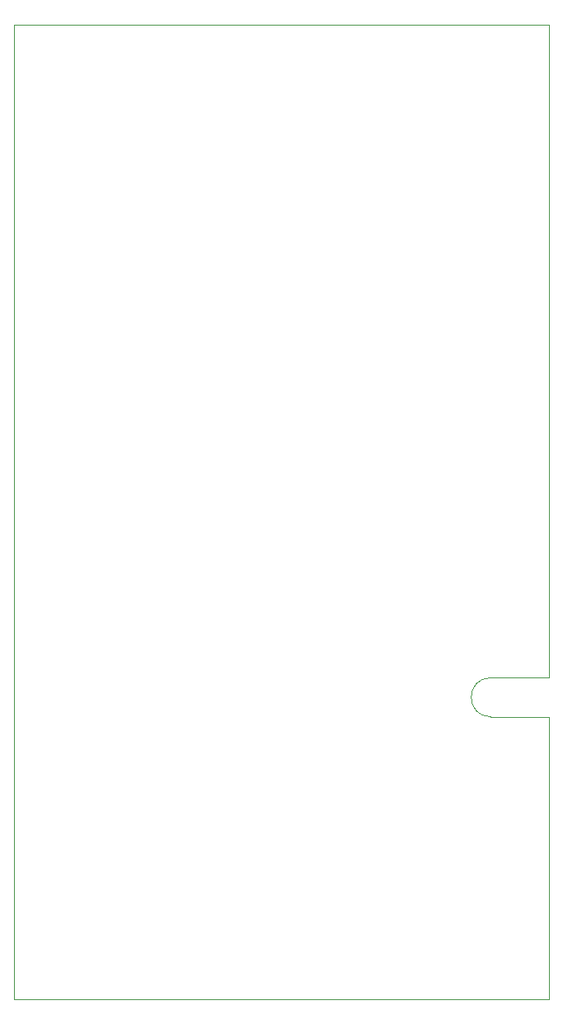
<source format=gbr>
%TF.GenerationSoftware,KiCad,Pcbnew,8.0.5*%
%TF.CreationDate,2024-11-28T19:31:39+00:00*%
%TF.ProjectId,ScoutAM,53636f75-7441-44d2-9e6b-696361645f70,rev?*%
%TF.SameCoordinates,Original*%
%TF.FileFunction,Profile,NP*%
%FSLAX46Y46*%
G04 Gerber Fmt 4.6, Leading zero omitted, Abs format (unit mm)*
G04 Created by KiCad (PCBNEW 8.0.5) date 2024-11-28 19:31:39*
%MOMM*%
%LPD*%
G01*
G04 APERTURE LIST*
%TA.AperFunction,Profile*%
%ADD10C,0.050000*%
%TD*%
G04 APERTURE END LIST*
D10*
X119000000Y-121000000D02*
G75*
G02*
X119000000Y-117000000I0J2000000D01*
G01*
X125000000Y-121000000D02*
X119000000Y-121000000D01*
X125000000Y-50000000D02*
X70000000Y-50000000D01*
X125000000Y-121000000D02*
X125000000Y-150000000D01*
X125000000Y-117000000D02*
X125000000Y-50000000D01*
X125000000Y-117000000D02*
X119000000Y-117000000D01*
X70000000Y-50000000D02*
X70000000Y-150000000D01*
X70000000Y-150000000D02*
X125000000Y-150000000D01*
M02*

</source>
